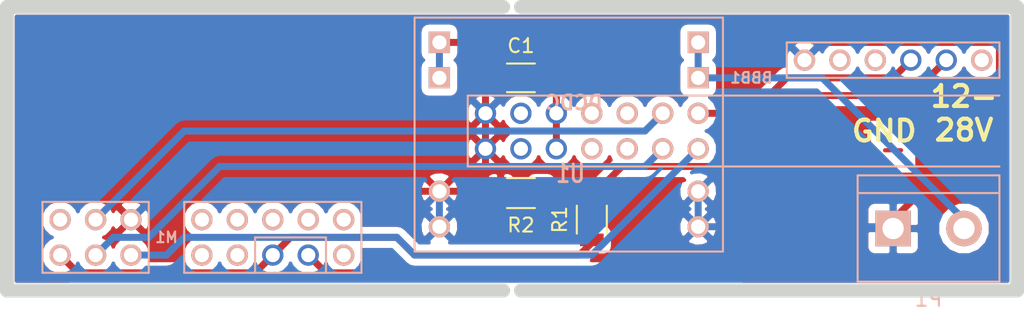
<source format=kicad_pcb>
(kicad_pcb (version 4) (host pcbnew no-vcs-found-product)

  (general
    (links 25)
    (no_connects 0)
    (area 35.059999 37.599999 108.450001 60.084)
    (thickness 1.6)
    (drawings 10)
    (tracks 69)
    (zones 0)
    (modules 7)
    (nets 10)
  )

  (page A3)
  (layers
    (0 F.Cu signal)
    (31 B.Cu signal)
    (36 B.SilkS user)
    (37 F.SilkS user)
    (38 B.Mask user)
    (39 F.Mask user)
    (44 Edge.Cuts user)
  )

  (setup
    (last_trace_width 0.5)
    (trace_clearance 0.254)
    (zone_clearance 0.508)
    (zone_45_only yes)
    (trace_min 0.254)
    (segment_width 0.2)
    (edge_width 1)
    (via_size 0.889)
    (via_drill 0.635)
    (via_min_size 0.889)
    (via_min_drill 0.508)
    (uvia_size 0.508)
    (uvia_drill 0.127)
    (uvias_allowed no)
    (uvia_min_size 0.508)
    (uvia_min_drill 0.127)
    (pcb_text_width 0.3)
    (pcb_text_size 1.5 1.5)
    (mod_edge_width 0.15)
    (mod_text_size 1 1)
    (mod_text_width 0.15)
    (pad_size 1.524 1.524)
    (pad_drill 1.016)
    (pad_to_mask_clearance 0)
    (aux_axis_origin 69.85 48.26)
    (visible_elements 7FFFFFFF)
    (pcbplotparams
      (layerselection 0x010f0_80000001)
      (usegerberextensions true)
      (excludeedgelayer true)
      (linewidth 0.150000)
      (plotframeref false)
      (viasonmask false)
      (mode 1)
      (useauxorigin true)
      (hpglpennumber 1)
      (hpglpenspeed 20)
      (hpglpendiameter 15)
      (hpglpenoverlay 2)
      (psnegative false)
      (psa4output false)
      (plotreference true)
      (plotvalue true)
      (plotinvisibletext false)
      (padsonsilk false)
      (subtractmaskfromsilk false)
      (outputformat 1)
      (mirror false)
      (drillshape 0)
      (scaleselection 1)
      (outputdirectory ""))
  )

  (net 0 "")
  (net 1 /GND)
  (net 2 /MISO)
  (net 3 /MISO3)
  (net 4 /MOSI)
  (net 5 /Reset)
  (net 6 /SCK)
  (net 7 /VDD)
  (net 8 /VIN)
  (net 9 "Net-(BBB1-PadTxD)")

  (net_class Default "This is the default net class."
    (clearance 0.254)
    (trace_width 0.5)
    (via_dia 0.889)
    (via_drill 0.635)
    (uvia_dia 0.508)
    (uvia_drill 0.127)
    (add_net /GND)
    (add_net /MISO)
    (add_net /MISO3)
    (add_net /MOSI)
    (add_net /Reset)
    (add_net /SCK)
    (add_net /VDD)
    (add_net /VIN)
    (add_net "Net-(BBB1-PadTxD)")
  )

  (module custom2:BBB (layer B.Cu) (tedit 553F0B61) (tstamp 5630ED6E)
    (at 97.79 45.72 180)
    (descr "Connecteurs 2 pins")
    (tags "CONN DEV")
    (path /55371BD6)
    (fp_text reference BBB1 (at 8.89 2.54 180) (layer B.SilkS)
      (effects (font (size 0.762 0.762) (thickness 0.1524)) (justify mirror))
    )
    (fp_text value BBB (at 20.32 1.905 180) (layer B.SilkS) hide
      (effects (font (size 0.762 0.762) (thickness 0.1524)) (justify mirror))
    )
    (fp_line (start 29.21 -3.81) (end -8.89 -3.81) (layer B.SilkS) (width 0.15))
    (fp_line (start 29.21 1.27) (end -8.89 1.27) (layer B.SilkS) (width 0.15))
    (fp_line (start -8.89 2.54) (end -8.89 5.08) (layer B.SilkS) (width 0.15))
    (fp_line (start -8.89 5.08) (end 6.35 5.08) (layer B.SilkS) (width 0.15))
    (fp_line (start 6.35 5.08) (end 6.35 2.54) (layer B.SilkS) (width 0.15))
    (fp_line (start 6.35 2.54) (end -8.89 2.54) (layer B.SilkS) (width 0.15))
    (fp_line (start 29.21 1.27) (end 29.21 -3.81) (layer B.SilkS) (width 0.15))
    (pad TxD thru_hole circle (at -5.08 3.81) (size 1.524 1.524) (drill 1.016) (layers *.Cu *.Mask)
      (net 9 "Net-(BBB1-PadTxD)"))
    (pad RxD thru_hole circle (at -2.54 3.81) (size 1.524 1.524) (drill 1.016) (layers *.Cu *.Mask)
      (net 3 /MISO3))
    (pad VDD thru_hole circle (at 22.86 0) (size 1.524 1.524) (drill 1.016) (layers *.Cu *.Mask)
      (net 7 /VDD))
    (pad GND thru_hole circle (at 27.94 0) (size 1.524 1.524) (drill 1.016) (layers *.Cu *.Mask)
      (net 1 /GND))
    (pad GND thru_hole circle (at 27.94 -2.54) (size 1.524 1.524) (drill 1.016) (layers *.Cu *.Mask)
      (net 1 /GND))
    (pad X thru_hole circle (at 25.4 -2.54) (size 1.524 1.524) (drill 1.016) (layers *.Cu *.Mask))
    (pad X thru_hole circle (at 25.4 0) (size 1.524 1.524) (drill 1.016) (layers *.Cu *.Mask))
    (pad VDD thru_hole circle (at 22.86 -2.54) (size 1.524 1.524) (drill 1.016) (layers *.Cu *.Mask)
      (net 7 /VDD))
    (pad 60 thru_hole circle (at 15.24 0) (size 1.524 1.524) (drill 1.016) (layers *.Cu *.Mask B.SilkS)
      (net 4 /MOSI))
    (pad 30 thru_hole circle (at 15.24 -2.54) (size 1.524 1.524) (drill 1.016) (layers *.Cu *.Mask B.SilkS)
      (net 6 /SCK))
    (pad 31 thru_hole circle (at 12.7 -2.54) (size 1.524 1.524) (drill 1.016) (layers *.Cu *.Mask B.SilkS)
      (net 5 /Reset))
    (pad 50 thru_hole circle (at 12.7 0) (size 1.524 1.524) (drill 1.016) (layers *.Cu *.Mask B.SilkS)
      (net 3 /MISO3))
    (pad VSYS thru_hole circle (at 20.32 0) (size 1.524 1.524) (drill 1.016) (layers *.Cu *.Mask B.SilkS))
    (pad RST thru_hole circle (at 17.78 0) (size 1.524 1.524) (drill 1.016) (layers *.Cu *.Mask B.SilkS))
    (pad VSYS thru_hole circle (at 20.32 -2.54) (size 1.524 1.524) (drill 1.016) (layers *.Cu *.Mask B.SilkS))
    (pad PBUT thru_hole circle (at 17.78 -2.54) (size 1.524 1.524) (drill 1.016) (layers *.Cu *.Mask B.SilkS))
    (pad GND thru_hole circle (at 5.08 3.81) (size 1.524 1.524) (drill 1.016) (layers *.Cu *.Mask B.SilkS)
      (net 1 /GND))
    (pad X thru_hole circle (at 2.54 3.81) (size 1.524 1.524) (drill 1.016) (layers *.Cu *.Mask B.SilkS))
    (pad X thru_hole circle (at 0 3.81) (size 1.524 1.524) (drill 1.016) (layers *.Cu *.Mask B.SilkS))
    (pad X thru_hole circle (at -7.62 3.81) (size 1.524 1.524) (drill 1.016) (layers *.Cu *.Mask B.SilkS))
    (model pin_array/pins_array_2x1.wrl
      (at (xyz 0 0 0))
      (scale (xyz 1 1 1))
      (rotate (xyz 0 0 0))
    )
  )

  (module Capacitors_SMD:C_1206 (layer F.Cu) (tedit 5415D7BD) (tstamp 5630ED8C)
    (at 72.39 43.18)
    (descr "Capacitor SMD 1206, reflow soldering, AVX (see smccp.pdf)")
    (tags "capacitor 1206")
    (path /554034BC)
    (attr smd)
    (fp_text reference C1 (at 0 -2.3) (layer F.SilkS)
      (effects (font (size 1 1) (thickness 0.15)))
    )
    (fp_text value C (at 0 2.3) (layer F.Fab)
      (effects (font (size 1 1) (thickness 0.15)))
    )
    (fp_line (start -2.3 -1.15) (end 2.3 -1.15) (layer F.CrtYd) (width 0.05))
    (fp_line (start -2.3 1.15) (end 2.3 1.15) (layer F.CrtYd) (width 0.05))
    (fp_line (start -2.3 -1.15) (end -2.3 1.15) (layer F.CrtYd) (width 0.05))
    (fp_line (start 2.3 -1.15) (end 2.3 1.15) (layer F.CrtYd) (width 0.05))
    (fp_line (start 1 -1.025) (end -1 -1.025) (layer F.SilkS) (width 0.15))
    (fp_line (start -1 1.025) (end 1 1.025) (layer F.SilkS) (width 0.15))
    (pad 1 smd rect (at -1.5 0) (size 1 1.6) (layers F.Cu F.Mask)
      (net 1 /GND))
    (pad 2 smd rect (at 1.5 0) (size 1 1.6) (layers F.Cu F.Mask)
      (net 7 /VDD))
    (model Capacitors_SMD.3dshapes/C_1206.wrl
      (at (xyz 0 0 0))
      (scale (xyz 1 1 1))
      (rotate (xyz 0 0 0))
    )
  )

  (module custom2:Melzi (layer B.Cu) (tedit 55407C7A) (tstamp 5630ED97)
    (at 43.18 55.88 180)
    (descr "Connecteurs 2 pins")
    (tags "CONN DEV")
    (path /55371C71)
    (fp_text reference M1 (at -3.81 1.27 180) (layer B.SilkS)
      (effects (font (size 0.762 0.762) (thickness 0.1524)) (justify mirror))
    )
    (fp_text value MELZI (at -3.81 5.08 180) (layer B.SilkS) hide
      (effects (font (size 0.762 0.762) (thickness 0.1524)) (justify mirror))
    )
    (fp_line (start -10.16 -1.27) (end -5.08 -1.27) (layer B.SilkS) (width 0.15))
    (fp_line (start -5.08 -1.27) (end -5.08 3.81) (layer B.SilkS) (width 0.15))
    (fp_line (start -5.08 3.81) (end -17.78 3.81) (layer B.SilkS) (width 0.15))
    (fp_line (start -17.78 3.81) (end -17.78 -1.27) (layer B.SilkS) (width 0.15))
    (fp_line (start -17.78 -1.27) (end -15.24 -1.27) (layer B.SilkS) (width 0.15))
    (fp_line (start 5.08 3.81) (end -2.54 3.81) (layer B.SilkS) (width 0.15))
    (fp_line (start -2.54 3.81) (end -2.54 -1.27) (layer B.SilkS) (width 0.15))
    (fp_line (start -2.54 -1.27) (end 5.08 -1.27) (layer B.SilkS) (width 0.15))
    (fp_line (start 5.08 -1.27) (end 5.08 3.81) (layer B.SilkS) (width 0.15))
    (fp_line (start -10.16 -1.27) (end -10.16 1.27) (layer B.SilkS) (width 0.1524))
    (fp_line (start -10.16 1.27) (end -15.24 1.27) (layer B.SilkS) (width 0.1524))
    (fp_line (start -15.24 1.27) (end -15.24 -1.27) (layer B.SilkS) (width 0.1524))
    (fp_line (start -15.24 -1.27) (end -10.16 -1.27) (layer B.SilkS) (width 0.1524))
    (pad TxD thru_hole circle (at -11.43 0) (size 1.524 1.524) (drill 1.016) (layers *.Cu *.Mask)
      (net 2 /MISO))
    (pad RxD thru_hole circle (at -13.97 0) (size 1.524 1.524) (drill 1.016) (layers *.Cu *.Mask)
      (net 9 "Net-(BBB1-PadTxD)"))
    (pad D16 thru_hole circle (at -8.89 0) (size 1.524 1.524) (drill 1.016) (layers *.Cu *.Mask B.SilkS))
    (pad A2 thru_hole circle (at -8.89 2.54) (size 1.524 1.524) (drill 1.016) (layers *.Cu *.Mask B.SilkS))
    (pad A3 thru_hole circle (at -11.43 2.54) (size 1.524 1.524) (drill 1.016) (layers *.Cu *.Mask B.SilkS))
    (pad A4 thru_hole circle (at -13.97 2.54) (size 1.524 1.524) (drill 1.016) (layers *.Cu *.Mask B.SilkS))
    (pad GND2 thru_hole circle (at -16.51 2.54) (size 1.524 1.524) (drill 1.016) (layers *.Cu *.Mask B.SilkS))
    (pad 5V thru_hole circle (at -16.51 0) (size 1.524 1.524) (drill 1.016) (layers *.Cu *.Mask B.SilkS))
    (pad D17 thru_hole circle (at -6.35 0) (size 1.524 1.524) (drill 1.016) (layers *.Cu *.Mask B.SilkS))
    (pad A1 thru_hole circle (at -6.35 2.54) (size 1.524 1.524) (drill 1.016) (layers *.Cu *.Mask B.SilkS))
    (pad ~RST thru_hole circle (at -1.27 0) (size 1.524 1.524) (drill 1.016) (layers *.Cu *.Mask B.SilkS)
      (net 5 /Reset))
    (pad GND thru_hole circle (at -1.27 2.54) (size 1.524 1.524) (drill 1.016) (layers *.Cu *.Mask B.SilkS)
      (net 1 /GND))
    (pad MOSI thru_hole circle (at 1.27 2.54) (size 1.524 1.524) (drill 1.016) (layers *.Cu *.Mask B.SilkS)
      (net 4 /MOSI))
    (pad SCK thru_hole circle (at 1.27 0) (size 1.524 1.524) (drill 1.016) (layers *.Cu *.Mask B.SilkS)
      (net 6 /SCK))
    (pad MISO thru_hole circle (at 3.81 0) (size 1.524 1.524) (drill 1.016) (layers *.Cu *.Mask B.SilkS)
      (net 2 /MISO))
    (pad 5V thru_hole circle (at 3.81 2.54) (size 1.524 1.524) (drill 1.016) (layers *.Cu *.Mask B.SilkS))
    (model pin_array/pins_array_2x1.wrl
      (at (xyz 0 0 0))
      (scale (xyz 1 1 1))
      (rotate (xyz 0 0 0))
    )
  )

  (module Connect:bornier2 (layer B.Cu) (tedit 0) (tstamp 5630EDB7)
    (at 101.6 53.975)
    (descr "Bornier d'alimentation 2 pins")
    (tags DEV)
    (path /55371E14)
    (fp_text reference P1 (at 0 5.08) (layer B.SilkS)
      (effects (font (size 1 1) (thickness 0.15)) (justify mirror))
    )
    (fp_text value CONN_2 (at 0 -5.08) (layer B.Fab)
      (effects (font (size 1 1) (thickness 0.15)) (justify mirror))
    )
    (fp_line (start 5.08 -2.54) (end -5.08 -2.54) (layer B.SilkS) (width 0.15))
    (fp_line (start 5.08 -3.81) (end 5.08 3.81) (layer B.SilkS) (width 0.15))
    (fp_line (start 5.08 3.81) (end -5.08 3.81) (layer B.SilkS) (width 0.15))
    (fp_line (start -5.08 3.81) (end -5.08 -3.81) (layer B.SilkS) (width 0.15))
    (fp_line (start -5.08 -3.81) (end 5.08 -3.81) (layer B.SilkS) (width 0.15))
    (pad 1 thru_hole rect (at -2.54 0) (size 2.54 2.54) (drill 1.524) (layers *.Cu *.Mask B.SilkS)
      (net 1 /GND))
    (pad 2 thru_hole circle (at 2.54 0) (size 2.54 2.54) (drill 1.524) (layers *.Cu *.Mask B.SilkS)
      (net 8 /VIN))
    (model Connect.3dshapes/bornier2.wrl
      (at (xyz 0 0 0))
      (scale (xyz 1 1 1))
      (rotate (xyz 0 0 0))
    )
  )

  (module Resistors_SMD:R_1206 (layer F.Cu) (tedit 5415CFA7) (tstamp 5630EDC1)
    (at 77.47 53.34 90)
    (descr "Resistor SMD 1206, reflow soldering, Vishay (see dcrcw.pdf)")
    (tags "resistor 1206")
    (path /55371C8C)
    (attr smd)
    (fp_text reference R1 (at 0 -2.3 90) (layer F.SilkS)
      (effects (font (size 1 1) (thickness 0.15)))
    )
    (fp_text value R (at 0 2.3 90) (layer F.Fab)
      (effects (font (size 1 1) (thickness 0.15)))
    )
    (fp_line (start -2.2 -1.2) (end 2.2 -1.2) (layer F.CrtYd) (width 0.05))
    (fp_line (start -2.2 1.2) (end 2.2 1.2) (layer F.CrtYd) (width 0.05))
    (fp_line (start -2.2 -1.2) (end -2.2 1.2) (layer F.CrtYd) (width 0.05))
    (fp_line (start 2.2 -1.2) (end 2.2 1.2) (layer F.CrtYd) (width 0.05))
    (fp_line (start 1 1.075) (end -1 1.075) (layer F.SilkS) (width 0.15))
    (fp_line (start -1 -1.075) (end 1 -1.075) (layer F.SilkS) (width 0.15))
    (pad 1 smd rect (at -1.45 0 90) (size 0.9 1.7) (layers F.Cu F.Mask)
      (net 2 /MISO))
    (pad 2 smd rect (at 1.45 0 90) (size 0.9 1.7) (layers F.Cu F.Mask)
      (net 3 /MISO3))
    (model Resistors_SMD.3dshapes/R_1206.wrl
      (at (xyz 0 0 0))
      (scale (xyz 1 1 1))
      (rotate (xyz 0 0 0))
    )
  )

  (module Resistors_SMD:R_1206 (layer F.Cu) (tedit 5415CFA7) (tstamp 5630EDCC)
    (at 72.39 51.435 180)
    (descr "Resistor SMD 1206, reflow soldering, Vishay (see dcrcw.pdf)")
    (tags "resistor 1206")
    (path /55371C99)
    (attr smd)
    (fp_text reference R2 (at 0 -2.3 180) (layer F.SilkS)
      (effects (font (size 1 1) (thickness 0.15)))
    )
    (fp_text value R (at 0 2.3 180) (layer F.Fab)
      (effects (font (size 1 1) (thickness 0.15)))
    )
    (fp_line (start -2.2 -1.2) (end 2.2 -1.2) (layer F.CrtYd) (width 0.05))
    (fp_line (start -2.2 1.2) (end 2.2 1.2) (layer F.CrtYd) (width 0.05))
    (fp_line (start -2.2 -1.2) (end -2.2 1.2) (layer F.CrtYd) (width 0.05))
    (fp_line (start 2.2 -1.2) (end 2.2 1.2) (layer F.CrtYd) (width 0.05))
    (fp_line (start 1 1.075) (end -1 1.075) (layer F.SilkS) (width 0.15))
    (fp_line (start -1 -1.075) (end 1 -1.075) (layer F.SilkS) (width 0.15))
    (pad 1 smd rect (at -1.45 0 180) (size 0.9 1.7) (layers F.Cu F.Mask)
      (net 3 /MISO3))
    (pad 2 smd rect (at 1.45 0 180) (size 0.9 1.7) (layers F.Cu F.Mask)
      (net 1 /GND))
    (model Resistors_SMD.3dshapes/R_1206.wrl
      (at (xyz 0 0 0))
      (scale (xyz 1 1 1))
      (rotate (xyz 0 0 0))
    )
  )

  (module custom2:DCDC (layer B.Cu) (tedit 554A4C65) (tstamp 5630EDD7)
    (at 66.04 40.64)
    (descr "MOS boitier DPACK G-D-S")
    (tags "CMD DPACK")
    (path /5549B2A8)
    (attr smd)
    (fp_text reference U1 (at 9.906 9.398) (layer B.SilkS)
      (effects (font (size 1.27 1.016) (thickness 0.2032)) (justify mirror))
    )
    (fp_text value DCDC (at 10.16 4.318) (layer B.SilkS)
      (effects (font (size 1.016 1.016) (thickness 0.2032)) (justify mirror))
    )
    (fp_line (start 20.828 -1.778) (end -1.27 -1.778) (layer B.SilkS) (width 0.15))
    (fp_line (start -1.27 -1.778) (end -1.27 14.986) (layer B.SilkS) (width 0.15))
    (fp_line (start -1.27 14.986) (end 20.828 14.986) (layer B.SilkS) (width 0.15))
    (fp_line (start 20.828 14.986) (end 20.828 -1.778) (layer B.SilkS) (width 0.15))
    (pad Vout thru_hole rect (at 0.508 0 270) (size 1.524 1.524) (drill 1.016) (layers *.Cu *.Mask B.SilkS)
      (net 7 /VDD))
    (pad Vout thru_hole rect (at 0.508 2.54 270) (size 1.524 1.524) (drill 1.016) (layers *.Cu *.Mask B.SilkS)
      (net 7 /VDD))
    (pad Vin thru_hole rect (at 19.05 0 270) (size 1.524 1.524) (drill 1.016) (layers *.Cu *.Mask B.SilkS)
      (net 8 /VIN))
    (pad Vin thru_hole rect (at 19.05 2.54 270) (size 1.524 1.524) (drill 1.016) (layers *.Cu *.Mask B.SilkS)
      (net 8 /VIN))
    (pad GND2 thru_hole circle (at 0.508 13.208 270) (size 1.524 1.524) (drill 1.016) (layers *.Cu *.Mask B.SilkS)
      (net 1 /GND))
    (pad GND2 thru_hole circle (at 0.508 10.668 270) (size 1.524 1.524) (drill 1.016) (layers *.Cu *.Mask B.SilkS)
      (net 1 /GND))
    (pad GND thru_hole circle (at 19.05 13.208 270) (size 1.524 1.524) (drill 1.016) (layers *.Cu *.Mask B.SilkS)
      (net 1 /GND))
    (pad GND thru_hole circle (at 19.05 10.668 270) (size 1.524 1.524) (drill 1.016) (layers *.Cu *.Mask B.SilkS)
      (net 1 /GND))
    (model smd/dpack_2.wrl
      (at (xyz 0 0 0))
      (scale (xyz 1 1 1))
      (rotate (xyz 0 0 0))
    )
  )

  (gr_line (start 35.56 38.1) (end 71.12 38.1) (angle 90) (layer Edge.Cuts) (width 1))
  (gr_line (start 35.56 58.42) (end 35.56 38.1) (angle 90) (layer Edge.Cuts) (width 1))
  (gr_line (start 71.12 58.42) (end 35.56 58.42) (angle 90) (layer Edge.Cuts) (width 1))
  (gr_line (start 107.95 58.42) (end 72.39 58.42) (angle 90) (layer Edge.Cuts) (width 1))
  (gr_line (start 107.95 38.1) (end 107.95 58.42) (angle 90) (layer Edge.Cuts) (width 1))
  (gr_line (start 72.39 38.1) (end 107.95 38.1) (angle 90) (layer Edge.Cuts) (width 1))
  (gr_text + (at 104.14 48.26) (layer F.Cu)
    (effects (font (size 1.5 1.5) (thickness 0.3)))
  )
  (gr_text - (at 99.06 48.26) (layer F.Cu)
    (effects (font (size 1.5 1.5) (thickness 0.3)))
  )
  (gr_text "12-\n28V" (at 104.14 45.72) (layer F.SilkS)
    (effects (font (size 1.5 1.5) (thickness 0.3)))
  )
  (gr_text GND (at 98.425 46.99) (layer F.SilkS)
    (effects (font (size 1.5 1.5) (thickness 0.3)))
  )

  (segment (start 44.45 53.34) (end 46.482 51.308) (width 0.5) (layer F.Cu) (net 1))
  (segment (start 46.482 51.308) (end 66.548 51.308) (width 0.5) (layer F.Cu) (net 1) (tstamp 554A4FF3))
  (segment (start 85.09 53.848) (end 98.552 53.848) (width 0.5) (layer B.Cu) (net 1))
  (segment (start 98.552 53.848) (end 99.06 53.34) (width 0.5) (layer B.Cu) (net 1) (tstamp 554A4F78))
  (segment (start 66.548 51.308) (end 70.612 51.308) (width 0.5) (layer F.Cu) (net 1))
  (segment (start 70.612 51.308) (end 70.739 51.435) (width 0.5) (layer F.Cu) (net 1) (tstamp 554A4F6E))
  (segment (start 85.09 51.308) (end 85.09 53.848) (width 0.5) (layer B.Cu) (net 1))
  (segment (start 66.548 51.308) (end 66.548 53.848) (width 0.5) (layer B.Cu) (net 1))
  (segment (start 99.06 53.34) (end 101.6 50.8) (width 0.5) (layer F.Cu) (net 1))
  (segment (start 101.6 50.8) (end 106.68 50.8) (width 0.5) (layer F.Cu) (net 1) (tstamp 554A4EF0))
  (segment (start 106.68 50.8) (end 106.68 40.64) (width 0.5) (layer F.Cu) (net 1) (tstamp 554A4EF6))
  (segment (start 106.68 40.64) (end 93.98 40.64) (width 0.5) (layer F.Cu) (net 1) (tstamp 554A4EF7))
  (segment (start 93.98 40.64) (end 92.71 41.91) (width 0.5) (layer F.Cu) (net 1) (tstamp 554A4EFA))
  (segment (start 69.85 50.546) (end 70.739 51.435) (width 0.5) (layer F.Cu) (net 1) (tstamp 5549B45D))
  (segment (start 69.85 48.26) (end 69.85 50.546) (width 0.5) (layer F.Cu) (net 1))
  (segment (start 69.85 48.26) (end 69.85 45.72) (width 0.5) (layer F.Cu) (net 1))
  (segment (start 69.85 44.069) (end 70.739 43.18) (width 0.5) (layer F.Cu) (net 1) (tstamp 5549B83B))
  (segment (start 69.85 45.72) (end 69.85 44.069) (width 0.5) (layer F.Cu) (net 1))
  (segment (start 71.12 42.799) (end 70.739 43.18) (width 0.5) (layer F.Cu) (net 1) (tstamp 5549B984))
  (segment (start 76.581 55.88) (end 77.47 54.991) (width 0.5) (layer F.Cu) (net 2) (tstamp 554A4FA8))
  (segment (start 64.77 55.88) (end 76.581 55.88) (width 0.5) (layer F.Cu) (net 2) (tstamp 554A4FA5))
  (segment (start 63.5 54.61) (end 64.77 55.88) (width 0.5) (layer F.Cu) (net 2) (tstamp 554A4FA4))
  (segment (start 55.88 54.61) (end 63.5 54.61) (width 0.5) (layer F.Cu) (net 2) (tstamp 554A4FA1))
  (segment (start 54.61 55.88) (end 55.88 54.61) (width 0.5) (layer F.Cu) (net 2))
  (segment (start 53.34 57.15) (end 40.64 57.15) (width 0.5) (layer F.Cu) (net 2) (tstamp 5549B759))
  (segment (start 40.64 57.15) (end 39.37 55.88) (width 0.5) (layer F.Cu) (net 2) (tstamp 5549B75C))
  (segment (start 54.61 55.88) (end 53.34 57.15) (width 0.5) (layer F.Cu) (net 2))
  (segment (start 77.47 51.689) (end 79.629 49.53) (width 0.5) (layer F.Cu) (net 3))
  (segment (start 87.63 48.26) (end 87.63 45.72) (width 0.5) (layer F.Cu) (net 3) (tstamp 554A4FC7))
  (segment (start 86.36 49.53) (end 87.63 48.26) (width 0.5) (layer F.Cu) (net 3) (tstamp 554A4FC6))
  (segment (start 79.629 49.53) (end 86.36 49.53) (width 0.5) (layer F.Cu) (net 3) (tstamp 554A4FC2))
  (segment (start 100.33 41.91) (end 99.06 43.18) (width 0.5) (layer F.Cu) (net 3))
  (segment (start 91.44 43.18) (end 88.9 45.72) (width 0.5) (layer F.Cu) (net 3) (tstamp 554A4F05))
  (segment (start 99.06 43.18) (end 91.44 43.18) (width 0.5) (layer F.Cu) (net 3) (tstamp 554A4F03))
  (segment (start 88.9 45.72) (end 87.63 45.72) (width 0.5) (layer F.Cu) (net 3) (tstamp 554A4F0B))
  (segment (start 87.63 45.72) (end 85.09 45.72) (width 0.5) (layer F.Cu) (net 3) (tstamp 554A4FCB))
  (segment (start 74.295 51.689) (end 77.47 51.689) (width 0.5) (layer F.Cu) (net 3) (tstamp 5549B461))
  (segment (start 74.041 51.435) (end 74.295 51.689) (width 0.5) (layer F.Cu) (net 3))
  (segment (start 81.28 46.99) (end 48.26 46.99) (width 0.5) (layer B.Cu) (net 4) (tstamp 5549B7A8))
  (segment (start 48.26 46.99) (end 41.91 53.34) (width 0.5) (layer B.Cu) (net 4) (tstamp 5549B7AB))
  (segment (start 82.55 45.72) (end 81.28 46.99) (width 0.5) (layer B.Cu) (net 4))
  (segment (start 44.45 55.88) (end 46.99 55.88) (width 0.5) (layer B.Cu) (net 5))
  (segment (start 46.99 55.88) (end 48.26 54.61) (width 0.5) (layer B.Cu) (net 5) (tstamp 554A4F83))
  (segment (start 48.26 54.61) (end 63.5 54.61) (width 0.5) (layer B.Cu) (net 5) (tstamp 554A4F87))
  (segment (start 77.47 55.88) (end 85.09 48.26) (width 0.5) (layer B.Cu) (net 5) (tstamp 554A4F8F))
  (segment (start 64.77 55.88) (end 77.47 55.88) (width 0.5) (layer B.Cu) (net 5) (tstamp 554A4F8C))
  (segment (start 63.5 54.61) (end 64.77 55.88) (width 0.5) (layer B.Cu) (net 5) (tstamp 554A4F8A))
  (segment (start 81.28 49.53) (end 82.55 48.26) (width 0.5) (layer B.Cu) (net 6) (tstamp 5549B7C2))
  (segment (start 50.8 49.53) (end 81.28 49.53) (width 0.5) (layer B.Cu) (net 6) (tstamp 5549B7BE))
  (segment (start 43.18 54.61) (end 45.72 54.61) (width 0.5) (layer B.Cu) (net 6) (tstamp 5549B7B7))
  (segment (start 45.72 54.61) (end 50.8 49.53) (width 0.5) (layer B.Cu) (net 6) (tstamp 5549B7B9))
  (segment (start 41.91 55.88) (end 43.18 54.61) (width 0.5) (layer B.Cu) (net 6))
  (segment (start 74.041 41.021) (end 74.041 43.18) (width 0.5) (layer F.Cu) (net 7) (tstamp 554A4FE3))
  (segment (start 74.93 44.069) (end 74.93 45.72) (width 0.5) (layer F.Cu) (net 7) (tstamp 5549B83E))
  (segment (start 74.041 43.18) (end 74.93 44.069) (width 0.5) (layer F.Cu) (net 7))
  (segment (start 74.93 45.72) (end 74.93 48.26) (width 0.5) (layer F.Cu) (net 7))
  (segment (start 73.66 40.64) (end 74.041 41.021) (width 0.5) (layer F.Cu) (net 7) (tstamp 554A4FDE))
  (segment (start 66.548 40.64) (end 73.66 40.64) (width 0.5) (layer F.Cu) (net 7))
  (segment (start 66.548 40.64) (end 66.548 43.18) (width 0.5) (layer B.Cu) (net 7))
  (segment (start 85.09 43.18) (end 85.09 40.64) (width 0.5) (layer B.Cu) (net 8))
  (segment (start 85.09 43.18) (end 93.98 43.18) (width 0.5) (layer B.Cu) (net 8))
  (segment (start 93.98 43.18) (end 104.14 53.34) (width 0.5) (layer B.Cu) (net 8) (tstamp 554A4F53))
  (segment (start 57.15 55.88) (end 58.42 57.15) (width 0.5) (layer F.Cu) (net 9))
  (segment (start 58.42 57.15) (end 87.63 57.15) (width 0.5) (layer F.Cu) (net 9) (tstamp 554A4EBF))
  (segment (start 87.63 57.15) (end 90.17 54.61) (width 0.5) (layer F.Cu) (net 9) (tstamp 554A4EC3))
  (segment (start 100.33 44.45) (end 92.71 44.45) (width 0.5) (layer F.Cu) (net 9))
  (segment (start 90.17 46.99) (end 90.17 54.61) (width 0.5) (layer F.Cu) (net 9) (tstamp 554A4F15))
  (segment (start 92.71 44.45) (end 90.17 46.99) (width 0.5) (layer F.Cu) (net 9) (tstamp 554A4F11))
  (segment (start 100.33 44.45) (end 102.87 41.91) (width 0.5) (layer F.Cu) (net 9) (tstamp 554A4F0F))

  (zone (net 1) (net_name /GND) (layer F.Cu) (tstamp 554A53AB) (hatch edge 0.508)
    (connect_pads (clearance 0.508))
    (min_thickness 0.254)
    (fill yes (arc_segments 16) (thermal_gap 0.508) (thermal_bridge_width 0.508))
    (polygon
      (pts
        (xy 35.56 38.1) (xy 107.95 38.1) (xy 107.95 58.42) (xy 35.56 58.42)
      )
    )
    (filled_polygon
      (pts
        (xy 107.265 57.735) (xy 88.29658 57.735) (xy 90.795787 55.235792) (xy 90.79579 55.23579) (xy 90.987633 54.948675)
        (xy 91.055 54.61) (xy 91.055 54.26075) (xy 97.155 54.26075) (xy 97.155 55.37131) (xy 97.251673 55.604699)
        (xy 97.430302 55.783327) (xy 97.663691 55.88) (xy 98.77425 55.88) (xy 98.933 55.72125) (xy 98.933 54.102)
        (xy 99.187 54.102) (xy 99.187 55.72125) (xy 99.34575 55.88) (xy 100.456309 55.88) (xy 100.689698 55.783327)
        (xy 100.868327 55.604699) (xy 100.965 55.37131) (xy 100.965 54.352265) (xy 102.23467 54.352265) (xy 102.524078 55.052686)
        (xy 103.059495 55.589039) (xy 103.75941 55.879668) (xy 104.517265 55.88033) (xy 105.217686 55.590922) (xy 105.754039 55.055505)
        (xy 106.044668 54.35559) (xy 106.04533 53.597735) (xy 105.755922 52.897314) (xy 105.220505 52.360961) (xy 104.52059 52.070332)
        (xy 103.762735 52.06967) (xy 103.062314 52.359078) (xy 102.525961 52.894495) (xy 102.235332 53.59441) (xy 102.23467 54.352265)
        (xy 100.965 54.352265) (xy 100.965 54.26075) (xy 100.80625 54.102) (xy 99.187 54.102) (xy 98.933 54.102)
        (xy 97.31375 54.102) (xy 97.155 54.26075) (xy 91.055 54.26075) (xy 91.055 52.57869) (xy 97.155 52.57869)
        (xy 97.155 53.68925) (xy 97.31375 53.848) (xy 98.933 53.848) (xy 98.933 52.22875) (xy 99.187 52.22875)
        (xy 99.187 53.848) (xy 100.80625 53.848) (xy 100.965 53.68925) (xy 100.965 52.57869) (xy 100.868327 52.345301)
        (xy 100.689698 52.166673) (xy 100.456309 52.07) (xy 99.34575 52.07) (xy 99.187 52.22875) (xy 98.933 52.22875)
        (xy 98.77425 52.07) (xy 97.663691 52.07) (xy 97.430302 52.166673) (xy 97.251673 52.345301) (xy 97.155 52.57869)
        (xy 91.055 52.57869) (xy 91.055 47.35658) (xy 92.286579 46.125) (xy 97.346429 46.125) (xy 97.346429 50.095)
        (xy 100.773572 50.095) (xy 100.773572 46.125) (xy 102.426429 46.125) (xy 102.426429 50.095) (xy 105.853572 50.095)
        (xy 105.853572 46.125) (xy 102.426429 46.125) (xy 100.773572 46.125) (xy 97.346429 46.125) (xy 92.286579 46.125)
        (xy 93.076579 45.335) (xy 100.329995 45.335) (xy 100.33 45.335001) (xy 100.612484 45.27881) (xy 100.668675 45.267633)
        (xy 100.95579 45.07579) (xy 102.724706 43.306874) (xy 103.146661 43.307242) (xy 103.660303 43.09501) (xy 104.053629 42.70237)
        (xy 104.139949 42.494488) (xy 104.22499 42.700303) (xy 104.61763 43.093629) (xy 105.1309 43.306757) (xy 105.686661 43.307242)
        (xy 106.200303 43.09501) (xy 106.593629 42.70237) (xy 106.806757 42.1891) (xy 106.807242 41.633339) (xy 106.59501 41.119697)
        (xy 106.20237 40.726371) (xy 105.6891 40.513243) (xy 105.133339 40.512758) (xy 104.619697 40.72499) (xy 104.226371 41.11763)
        (xy 104.140051 41.325512) (xy 104.05501 41.119697) (xy 103.66237 40.726371) (xy 103.1491 40.513243) (xy 102.593339 40.512758)
        (xy 102.079697 40.72499) (xy 101.686371 41.11763) (xy 101.600051 41.325512) (xy 101.51501 41.119697) (xy 101.12237 40.726371)
        (xy 100.6091 40.513243) (xy 100.053339 40.512758) (xy 99.539697 40.72499) (xy 99.146371 41.11763) (xy 99.060051 41.325512)
        (xy 98.97501 41.119697) (xy 98.58237 40.726371) (xy 98.0691 40.513243) (xy 97.513339 40.512758) (xy 96.999697 40.72499)
        (xy 96.606371 41.11763) (xy 96.520051 41.325512) (xy 96.43501 41.119697) (xy 96.04237 40.726371) (xy 95.5291 40.513243)
        (xy 94.973339 40.512758) (xy 94.459697 40.72499) (xy 94.066371 41.11763) (xy 93.986605 41.309727) (xy 93.932397 41.178857)
        (xy 93.690213 41.109392) (xy 92.889605 41.91) (xy 92.903748 41.924143) (xy 92.724143 42.103748) (xy 92.71 42.089605)
        (xy 92.695858 42.103748) (xy 92.516253 41.924143) (xy 92.530395 41.91) (xy 91.729787 41.109392) (xy 91.487603 41.178857)
        (xy 91.300856 41.702302) (xy 91.328638 42.257368) (xy 91.351516 42.312601) (xy 91.101325 42.362367) (xy 90.81421 42.55421)
        (xy 90.814208 42.554213) (xy 88.53342 44.835) (xy 86.180478 44.835) (xy 85.922167 44.576237) (xy 86.087317 44.545162)
        (xy 86.303441 44.40609) (xy 86.448431 44.19389) (xy 86.49944 43.942) (xy 86.49944 42.418) (xy 86.455162 42.182683)
        (xy 86.31609 41.966559) (xy 86.23423 41.910626) (xy 86.303441 41.86609) (xy 86.448431 41.65389) (xy 86.49944 41.402)
        (xy 86.49944 40.929787) (xy 91.909392 40.929787) (xy 92.71 41.730395) (xy 93.510608 40.929787) (xy 93.441143 40.687603)
        (xy 92.917698 40.500856) (xy 92.362632 40.528638) (xy 91.978857 40.687603) (xy 91.909392 40.929787) (xy 86.49944 40.929787)
        (xy 86.49944 39.878) (xy 86.455162 39.642683) (xy 86.31609 39.426559) (xy 86.10389 39.281569) (xy 85.852 39.23056)
        (xy 84.328 39.23056) (xy 84.092683 39.274838) (xy 83.876559 39.41391) (xy 83.731569 39.62611) (xy 83.68056 39.878)
        (xy 83.68056 41.402) (xy 83.724838 41.637317) (xy 83.86391 41.853441) (xy 83.94577 41.909374) (xy 83.876559 41.95391)
        (xy 83.731569 42.16611) (xy 83.68056 42.418) (xy 83.68056 43.942) (xy 83.724838 44.177317) (xy 83.86391 44.393441)
        (xy 84.07611 44.538431) (xy 84.259124 44.575492) (xy 83.906371 44.92763) (xy 83.820051 45.135512) (xy 83.73501 44.929697)
        (xy 83.34237 44.536371) (xy 82.8291 44.323243) (xy 82.273339 44.322758) (xy 81.759697 44.53499) (xy 81.366371 44.92763)
        (xy 81.280051 45.135512) (xy 81.19501 44.929697) (xy 80.80237 44.536371) (xy 80.2891 44.323243) (xy 79.733339 44.322758)
        (xy 79.219697 44.53499) (xy 78.826371 44.92763) (xy 78.740051 45.135512) (xy 78.65501 44.929697) (xy 78.26237 44.536371)
        (xy 77.7491 44.323243) (xy 77.193339 44.322758) (xy 76.679697 44.53499) (xy 76.286371 44.92763) (xy 76.200051 45.135512)
        (xy 76.11501 44.929697) (xy 75.815 44.629163) (xy 75.815 44.069005) (xy 75.815001 44.069) (xy 75.747633 43.730326)
        (xy 75.747633 43.730325) (xy 75.55579 43.44321) (xy 75.555787 43.443208) (xy 75.03744 42.92486) (xy 75.03744 42.38)
        (xy 74.993162 42.144683) (xy 74.926 42.04031) (xy 74.926 41.021) (xy 74.858633 40.682325) (xy 74.66679 40.39521)
        (xy 74.666787 40.395208) (xy 74.28579 40.01421) (xy 73.998675 39.822367) (xy 73.942484 39.81119) (xy 73.66 39.754999)
        (xy 73.659995 39.755) (xy 67.934296 39.755) (xy 67.913162 39.642683) (xy 67.77409 39.426559) (xy 67.56189 39.281569)
        (xy 67.31 39.23056) (xy 65.786 39.23056) (xy 65.550683 39.274838) (xy 65.334559 39.41391) (xy 65.189569 39.62611)
        (xy 65.13856 39.878) (xy 65.13856 41.402) (xy 65.182838 41.637317) (xy 65.32191 41.853441) (xy 65.40377 41.909374)
        (xy 65.334559 41.95391) (xy 65.189569 42.16611) (xy 65.13856 42.418) (xy 65.13856 43.942) (xy 65.182838 44.177317)
        (xy 65.32191 44.393441) (xy 65.53411 44.538431) (xy 65.786 44.58944) (xy 67.31 44.58944) (xy 67.545317 44.545162)
        (xy 67.761441 44.40609) (xy 67.906431 44.19389) (xy 67.95744 43.942) (xy 67.95744 42.418) (xy 67.926523 42.25369)
        (xy 69.755 42.25369) (xy 69.755 42.89425) (xy 69.91375 43.053) (xy 70.763 43.053) (xy 70.763 41.90375)
        (xy 71.017 41.90375) (xy 71.017 43.053) (xy 71.86625 43.053) (xy 72.025 42.89425) (xy 72.025 42.25369)
        (xy 71.928327 42.020301) (xy 71.749698 41.841673) (xy 71.516309 41.745) (xy 71.17575 41.745) (xy 71.017 41.90375)
        (xy 70.763 41.90375) (xy 70.60425 41.745) (xy 70.263691 41.745) (xy 70.030302 41.841673) (xy 69.851673 42.020301)
        (xy 69.755 42.25369) (xy 67.926523 42.25369) (xy 67.913162 42.182683) (xy 67.77409 41.966559) (xy 67.69223 41.910626)
        (xy 67.761441 41.86609) (xy 67.906431 41.65389) (xy 67.932532 41.525) (xy 73.156 41.525) (xy 73.156 41.77659)
        (xy 73.154683 41.776838) (xy 72.938559 41.91591) (xy 72.793569 42.12811) (xy 72.74256 42.38) (xy 72.74256 43.98)
        (xy 72.786838 44.215317) (xy 72.924539 44.42931) (xy 72.6691 44.323243) (xy 72.113339 44.322758) (xy 71.826923 44.441102)
        (xy 71.928327 44.339699) (xy 72.025 44.10631) (xy 72.025 43.46575) (xy 71.86625 43.307) (xy 71.017 43.307)
        (xy 71.017 44.45625) (xy 71.17575 44.615) (xy 71.516309 44.615) (xy 71.521844 44.612707) (xy 71.206371 44.92763)
        (xy 71.126605 45.119727) (xy 71.072397 44.988857) (xy 70.830213 44.919392) (xy 70.029605 45.72) (xy 70.830213 46.520608)
        (xy 71.072397 46.451143) (xy 71.122509 46.310682) (xy 71.20499 46.510303) (xy 71.59763 46.903629) (xy 71.805512 46.989949)
        (xy 71.599697 47.07499) (xy 71.206371 47.46763) (xy 71.126605 47.659727) (xy 71.072397 47.528857) (xy 70.830213 47.459392)
        (xy 70.029605 48.26) (xy 70.830213 49.060608) (xy 71.072397 48.991143) (xy 71.122509 48.850682) (xy 71.20499 49.050303)
        (xy 71.59763 49.443629) (xy 72.1109 49.656757) (xy 72.666661 49.657242) (xy 73.180303 49.44501) (xy 73.573629 49.05237)
        (xy 73.659949 48.844488) (xy 73.74499 49.050303) (xy 74.13763 49.443629) (xy 74.6509 49.656757) (xy 75.206661 49.657242)
        (xy 75.720303 49.44501) (xy 76.113629 49.05237) (xy 76.199949 48.844488) (xy 76.28499 49.050303) (xy 76.67763 49.443629)
        (xy 77.1909 49.656757) (xy 77.746661 49.657242) (xy 78.260303 49.44501) (xy 78.653629 49.05237) (xy 78.739949 48.844488)
        (xy 78.82499 49.050303) (xy 78.84104 49.066381) (xy 77.11486 50.79256) (xy 76.62 50.79256) (xy 76.559202 50.804)
        (xy 74.93744 50.804) (xy 74.93744 50.585) (xy 74.893162 50.349683) (xy 74.75409 50.133559) (xy 74.54189 49.988569)
        (xy 74.29 49.93756) (xy 73.39 49.93756) (xy 73.154683 49.981838) (xy 72.938559 50.12091) (xy 72.793569 50.33311)
        (xy 72.74256 50.585) (xy 72.74256 52.285) (xy 72.786838 52.520317) (xy 72.92591 52.736441) (xy 73.13811 52.881431)
        (xy 73.39 52.93244) (xy 74.29 52.93244) (xy 74.525317 52.888162) (xy 74.741441 52.74909) (xy 74.861075 52.574)
        (xy 76.01659 52.574) (xy 76.016838 52.575317) (xy 76.15591 52.791441) (xy 76.36811 52.936431) (xy 76.62 52.98744)
        (xy 78.32 52.98744) (xy 78.555317 52.943162) (xy 78.771441 52.80409) (xy 78.916431 52.59189) (xy 78.96744 52.34)
        (xy 78.96744 52.288213) (xy 84.289392 52.288213) (xy 84.358857 52.530397) (xy 84.482344 52.574453) (xy 84.358857 52.625603)
        (xy 84.289392 52.867787) (xy 85.09 53.668395) (xy 85.890608 52.867787) (xy 85.821143 52.625603) (xy 85.697656 52.581547)
        (xy 85.821143 52.530397) (xy 85.890608 52.288213) (xy 85.09 51.487605) (xy 84.289392 52.288213) (xy 78.96744 52.288213)
        (xy 78.96744 51.44314) (xy 79.995579 50.415) (xy 84.017392 50.415) (xy 84.109785 50.507393) (xy 83.867603 50.576857)
        (xy 83.680856 51.100302) (xy 83.708638 51.655368) (xy 83.867603 52.039143) (xy 84.109787 52.108608) (xy 84.910395 51.308)
        (xy 84.896253 51.293858) (xy 85.075858 51.114253) (xy 85.09 51.128395) (xy 85.104143 51.114253) (xy 85.283748 51.293858)
        (xy 85.269605 51.308) (xy 86.070213 52.108608) (xy 86.312397 52.039143) (xy 86.499144 51.515698) (xy 86.471362 50.960632)
        (xy 86.312397 50.576857) (xy 86.070215 50.507393) (xy 86.162608 50.415) (xy 86.359995 50.415) (xy 86.36 50.415001)
        (xy 86.642484 50.35881) (xy 86.698675 50.347633) (xy 86.98579 50.15579) (xy 88.255787 48.885792) (xy 88.25579 48.88579)
        (xy 88.447633 48.598675) (xy 88.459483 48.5391) (xy 88.515001 48.26) (xy 88.515 48.259995) (xy 88.515 46.605)
        (xy 88.899995 46.605) (xy 88.9 46.605001) (xy 89.182484 46.54881) (xy 89.238675 46.537633) (xy 89.52579 46.34579)
        (xy 91.806579 44.065) (xy 91.843421 44.065) (xy 89.54421 46.36421) (xy 89.352367 46.651325) (xy 89.352367 46.651326)
        (xy 89.284999 46.99) (xy 89.285 46.990005) (xy 89.285 54.243421) (xy 87.26342 56.265) (xy 77.44758 56.265)
        (xy 77.825139 55.88744) (xy 78.32 55.88744) (xy 78.555317 55.843162) (xy 78.771441 55.70409) (xy 78.916431 55.49189)
        (xy 78.96744 55.24) (xy 78.96744 54.828213) (xy 84.289392 54.828213) (xy 84.358857 55.070397) (xy 84.882302 55.257144)
        (xy 85.437368 55.229362) (xy 85.821143 55.070397) (xy 85.890608 54.828213) (xy 85.09 54.027605) (xy 84.289392 54.828213)
        (xy 78.96744 54.828213) (xy 78.96744 54.34) (xy 78.923162 54.104683) (xy 78.78409 53.888559) (xy 78.57189 53.743569)
        (xy 78.32 53.69256) (xy 76.62 53.69256) (xy 76.384683 53.736838) (xy 76.168559 53.87591) (xy 76.023569 54.08811)
        (xy 75.97256 54.34) (xy 75.97256 54.995) (xy 67.300769 54.995) (xy 67.348608 54.828213) (xy 66.548 54.027605)
        (xy 65.747392 54.828213) (xy 65.795231 54.995) (xy 65.136579 54.995) (xy 64.12579 53.98421) (xy 63.982637 53.888559)
        (xy 63.838675 53.792367) (xy 63.782484 53.78119) (xy 63.5 53.724999) (xy 63.499995 53.725) (xy 61.042784 53.725)
        (xy 61.077953 53.640302) (xy 65.138856 53.640302) (xy 65.166638 54.195368) (xy 65.325603 54.579143) (xy 65.567787 54.648608)
        (xy 66.368395 53.848) (xy 66.727605 53.848) (xy 67.528213 54.648608) (xy 67.770397 54.579143) (xy 67.957144 54.055698)
        (xy 67.936353 53.640302) (xy 83.680856 53.640302) (xy 83.708638 54.195368) (xy 83.867603 54.579143) (xy 84.109787 54.648608)
        (xy 84.910395 53.848) (xy 85.269605 53.848) (xy 86.070213 54.648608) (xy 86.312397 54.579143) (xy 86.499144 54.055698)
        (xy 86.471362 53.500632) (xy 86.312397 53.116857) (xy 86.070213 53.047392) (xy 85.269605 53.848) (xy 84.910395 53.848)
        (xy 84.109787 53.047392) (xy 83.867603 53.116857) (xy 83.680856 53.640302) (xy 67.936353 53.640302) (xy 67.929362 53.500632)
        (xy 67.770397 53.116857) (xy 67.528213 53.047392) (xy 66.727605 53.848) (xy 66.368395 53.848) (xy 65.567787 53.047392)
        (xy 65.325603 53.116857) (xy 65.138856 53.640302) (xy 61.077953 53.640302) (xy 61.086757 53.6191) (xy 61.087242 53.063339)
        (xy 60.87501 52.549697) (xy 60.613983 52.288213) (xy 65.747392 52.288213) (xy 65.816857 52.530397) (xy 65.940344 52.574453)
        (xy 65.816857 52.625603) (xy 65.747392 52.867787) (xy 66.548 53.668395) (xy 67.348608 52.867787) (xy 67.279143 52.625603)
        (xy 67.155656 52.581547) (xy 67.279143 52.530397) (xy 67.348608 52.288213) (xy 66.548 51.487605) (xy 65.747392 52.288213)
        (xy 60.613983 52.288213) (xy 60.48237 52.156371) (xy 59.9691 51.943243) (xy 59.413339 51.942758) (xy 58.899697 52.15499)
        (xy 58.506371 52.54763) (xy 58.420051 52.755512) (xy 58.33501 52.549697) (xy 57.94237 52.156371) (xy 57.4291 51.943243)
        (xy 56.873339 51.942758) (xy 56.359697 52.15499) (xy 55.966371 52.54763) (xy 55.880051 52.755512) (xy 55.79501 52.549697)
        (xy 55.40237 52.156371) (xy 54.8891 51.943243) (xy 54.333339 51.942758) (xy 53.819697 52.15499) (xy 53.426371 52.54763)
        (xy 53.340051 52.755512) (xy 53.25501 52.549697) (xy 52.86237 52.156371) (xy 52.3491 51.943243) (xy 51.793339 51.942758)
        (xy 51.279697 52.15499) (xy 50.886371 52.54763) (xy 50.800051 52.755512) (xy 50.71501 52.549697) (xy 50.32237 52.156371)
        (xy 49.8091 51.943243) (xy 49.253339 51.942758) (xy 48.739697 52.15499) (xy 48.346371 52.54763) (xy 48.133243 53.0609)
        (xy 48.132758 53.616661) (xy 48.34499 54.130303) (xy 48.73763 54.523629) (xy 48.945512 54.609949) (xy 48.739697 54.69499)
        (xy 48.346371 55.08763) (xy 48.133243 55.6009) (xy 48.132758 56.156661) (xy 48.177523 56.265) (xy 45.802784 56.265)
        (xy 45.846757 56.1591) (xy 45.847242 55.603339) (xy 45.63501 55.089697) (xy 45.24237 54.696371) (xy 45.050273 54.616605)
        (xy 45.181143 54.562397) (xy 45.250608 54.320213) (xy 44.45 53.519605) (xy 43.649392 54.320213) (xy 43.718857 54.562397)
        (xy 43.859318 54.612509) (xy 43.659697 54.69499) (xy 43.266371 55.08763) (xy 43.180051 55.295512) (xy 43.09501 55.089697)
        (xy 42.70237 54.696371) (xy 42.494488 54.610051) (xy 42.700303 54.52501) (xy 43.093629 54.13237) (xy 43.173395 53.940273)
        (xy 43.227603 54.071143) (xy 43.469787 54.140608) (xy 44.270395 53.34) (xy 44.629605 53.34) (xy 45.430213 54.140608)
        (xy 45.672397 54.071143) (xy 45.859144 53.547698) (xy 45.831362 52.992632) (xy 45.672397 52.608857) (xy 45.430213 52.539392)
        (xy 44.629605 53.34) (xy 44.270395 53.34) (xy 43.469787 52.539392) (xy 43.227603 52.608857) (xy 43.177491 52.749318)
        (xy 43.09501 52.549697) (xy 42.905432 52.359787) (xy 43.649392 52.359787) (xy 44.45 53.160395) (xy 45.250608 52.359787)
        (xy 45.181143 52.117603) (xy 44.657698 51.930856) (xy 44.102632 51.958638) (xy 43.718857 52.117603) (xy 43.649392 52.359787)
        (xy 42.905432 52.359787) (xy 42.70237 52.156371) (xy 42.1891 51.943243) (xy 41.633339 51.942758) (xy 41.119697 52.15499)
        (xy 40.726371 52.54763) (xy 40.640051 52.755512) (xy 40.55501 52.549697) (xy 40.16237 52.156371) (xy 39.6491 51.943243)
        (xy 39.093339 51.942758) (xy 38.579697 52.15499) (xy 38.186371 52.54763) (xy 37.973243 53.0609) (xy 37.972758 53.616661)
        (xy 38.18499 54.130303) (xy 38.57763 54.523629) (xy 38.785512 54.609949) (xy 38.579697 54.69499) (xy 38.186371 55.08763)
        (xy 37.973243 55.6009) (xy 37.972758 56.156661) (xy 38.18499 56.670303) (xy 38.57763 57.063629) (xy 39.0909 57.276757)
        (xy 39.515548 57.277128) (xy 39.973421 57.735) (xy 36.245 57.735) (xy 36.245 51.100302) (xy 65.138856 51.100302)
        (xy 65.166638 51.655368) (xy 65.325603 52.039143) (xy 65.567787 52.108608) (xy 66.368395 51.308) (xy 66.727605 51.308)
        (xy 67.528213 52.108608) (xy 67.770397 52.039143) (xy 67.883988 51.72075) (xy 69.855 51.72075) (xy 69.855 52.41131)
        (xy 69.951673 52.644699) (xy 70.130302 52.823327) (xy 70.363691 52.92) (xy 70.65425 52.92) (xy 70.813 52.76125)
        (xy 70.813 51.562) (xy 71.067 51.562) (xy 71.067 52.76125) (xy 71.22575 52.92) (xy 71.516309 52.92)
        (xy 71.749698 52.823327) (xy 71.928327 52.644699) (xy 72.025 52.41131) (xy 72.025 51.72075) (xy 71.86625 51.562)
        (xy 71.067 51.562) (xy 70.813 51.562) (xy 70.01375 51.562) (xy 69.855 51.72075) (xy 67.883988 51.72075)
        (xy 67.957144 51.515698) (xy 67.929362 50.960632) (xy 67.770397 50.576857) (xy 67.528213 50.507392) (xy 66.727605 51.308)
        (xy 66.368395 51.308) (xy 65.567787 50.507392) (xy 65.325603 50.576857) (xy 65.138856 51.100302) (xy 36.245 51.100302)
        (xy 36.245 50.327787) (xy 65.747392 50.327787) (xy 66.548 51.128395) (xy 67.217705 50.45869) (xy 69.855 50.45869)
        (xy 69.855 51.14925) (xy 70.01375 51.308) (xy 70.813 51.308) (xy 70.813 50.10875) (xy 71.067 50.10875)
        (xy 71.067 51.308) (xy 71.86625 51.308) (xy 72.025 51.14925) (xy 72.025 50.45869) (xy 71.928327 50.225301)
        (xy 71.749698 50.046673) (xy 71.516309 49.95) (xy 71.22575 49.95) (xy 71.067 50.10875) (xy 70.813 50.10875)
        (xy 70.65425 49.95) (xy 70.363691 49.95) (xy 70.130302 50.046673) (xy 69.951673 50.225301) (xy 69.855 50.45869)
        (xy 67.217705 50.45869) (xy 67.348608 50.327787) (xy 67.279143 50.085603) (xy 66.755698 49.898856) (xy 66.200632 49.926638)
        (xy 65.816857 50.085603) (xy 65.747392 50.327787) (xy 36.245 50.327787) (xy 36.245 49.240213) (xy 69.049392 49.240213)
        (xy 69.118857 49.482397) (xy 69.642302 49.669144) (xy 70.197368 49.641362) (xy 70.581143 49.482397) (xy 70.650608 49.240213)
        (xy 69.85 48.439605) (xy 69.049392 49.240213) (xy 36.245 49.240213) (xy 36.245 48.052302) (xy 68.440856 48.052302)
        (xy 68.468638 48.607368) (xy 68.627603 48.991143) (xy 68.869787 49.060608) (xy 69.670395 48.26) (xy 68.869787 47.459392)
        (xy 68.627603 47.528857) (xy 68.440856 48.052302) (xy 36.245 48.052302) (xy 36.245 46.700213) (xy 69.049392 46.700213)
        (xy 69.118857 46.942397) (xy 69.242344 46.986453) (xy 69.118857 47.037603) (xy 69.049392 47.279787) (xy 69.85 48.080395)
        (xy 70.650608 47.279787) (xy 70.581143 47.037603) (xy 70.457656 46.993547) (xy 70.581143 46.942397) (xy 70.650608 46.700213)
        (xy 69.85 45.899605) (xy 69.049392 46.700213) (xy 36.245 46.700213) (xy 36.245 45.512302) (xy 68.440856 45.512302)
        (xy 68.468638 46.067368) (xy 68.627603 46.451143) (xy 68.869787 46.520608) (xy 69.670395 45.72) (xy 68.869787 44.919392)
        (xy 68.627603 44.988857) (xy 68.440856 45.512302) (xy 36.245 45.512302) (xy 36.245 44.739787) (xy 69.049392 44.739787)
        (xy 69.85 45.540395) (xy 70.650608 44.739787) (xy 70.612461 44.606789) (xy 70.763 44.45625) (xy 70.763 43.307)
        (xy 69.91375 43.307) (xy 69.755 43.46575) (xy 69.755 44.10631) (xy 69.844153 44.321544) (xy 69.502632 44.338638)
        (xy 69.118857 44.497603) (xy 69.049392 44.739787) (xy 36.245 44.739787) (xy 36.245 38.785) (xy 107.265 38.785)
      )
    )
  )
  (zone (net 1) (net_name /GND) (layer B.Cu) (tstamp 554A53C6) (hatch edge 0.508)
    (connect_pads (clearance 0.508))
    (min_thickness 0.254)
    (fill yes (arc_segments 16) (thermal_gap 0.508) (thermal_bridge_width 0.508))
    (polygon
      (pts
        (xy 35.56 38.1) (xy 107.95 38.1) (xy 107.95 58.42) (xy 35.56 58.42)
      )
    )
    (filled_polygon
      (pts
        (xy 107.265 57.735) (xy 36.245 57.735) (xy 36.245 53.616661) (xy 37.972758 53.616661) (xy 38.18499 54.130303)
        (xy 38.57763 54.523629) (xy 38.785512 54.609949) (xy 38.579697 54.69499) (xy 38.186371 55.08763) (xy 37.973243 55.6009)
        (xy 37.972758 56.156661) (xy 38.18499 56.670303) (xy 38.57763 57.063629) (xy 39.0909 57.276757) (xy 39.646661 57.277242)
        (xy 40.160303 57.06501) (xy 40.553629 56.67237) (xy 40.639949 56.464488) (xy 40.72499 56.670303) (xy 41.11763 57.063629)
        (xy 41.6309 57.276757) (xy 42.186661 57.277242) (xy 42.700303 57.06501) (xy 43.093629 56.67237) (xy 43.179949 56.464488)
        (xy 43.26499 56.670303) (xy 43.65763 57.063629) (xy 44.1709 57.276757) (xy 44.726661 57.277242) (xy 45.240303 57.06501)
        (xy 45.540837 56.765) (xy 46.989995 56.765) (xy 46.99 56.765001) (xy 47.272484 56.70881) (xy 47.328675 56.697633)
        (xy 47.61579 56.50579) (xy 48.132905 55.988675) (xy 48.132758 56.156661) (xy 48.34499 56.670303) (xy 48.73763 57.063629)
        (xy 49.2509 57.276757) (xy 49.806661 57.277242) (xy 50.320303 57.06501) (xy 50.713629 56.67237) (xy 50.799949 56.464488)
        (xy 50.88499 56.670303) (xy 51.27763 57.063629) (xy 51.7909 57.276757) (xy 52.346661 57.277242) (xy 52.860303 57.06501)
        (xy 53.253629 56.67237) (xy 53.339949 56.464488) (xy 53.42499 56.670303) (xy 53.81763 57.063629) (xy 54.3309 57.276757)
        (xy 54.886661 57.277242) (xy 55.400303 57.06501) (xy 55.793629 56.67237) (xy 55.879949 56.464488) (xy 55.96499 56.670303)
        (xy 56.35763 57.063629) (xy 56.8709 57.276757) (xy 57.426661 57.277242) (xy 57.940303 57.06501) (xy 58.333629 56.67237)
        (xy 58.419949 56.464488) (xy 58.50499 56.670303) (xy 58.89763 57.063629) (xy 59.4109 57.276757) (xy 59.966661 57.277242)
        (xy 60.480303 57.06501) (xy 60.873629 56.67237) (xy 61.086757 56.1591) (xy 61.087242 55.603339) (xy 61.042477 55.495)
        (xy 63.13342 55.495) (xy 64.144208 56.505787) (xy 64.14421 56.50579) (xy 64.390423 56.670303) (xy 64.431325 56.697633)
        (xy 64.77 56.765001) (xy 64.770005 56.765) (xy 77.469995 56.765) (xy 77.47 56.765001) (xy 77.752484 56.70881)
        (xy 77.808675 56.697633) (xy 78.09579 56.50579) (xy 78.095791 56.505789) (xy 79.773366 54.828213) (xy 84.289392 54.828213)
        (xy 84.358857 55.070397) (xy 84.882302 55.257144) (xy 85.437368 55.229362) (xy 85.821143 55.070397) (xy 85.890608 54.828213)
        (xy 85.09 54.027605) (xy 84.289392 54.828213) (xy 79.773366 54.828213) (xy 80.961277 53.640302) (xy 83.680856 53.640302)
        (xy 83.708638 54.195368) (xy 83.867603 54.579143) (xy 84.109787 54.648608) (xy 84.910395 53.848) (xy 85.269605 53.848)
        (xy 86.070213 54.648608) (xy 86.312397 54.579143) (xy 86.425988 54.26075) (xy 97.155 54.26075) (xy 97.155 55.37131)
        (xy 97.251673 55.604699) (xy 97.430302 55.783327) (xy 97.663691 55.88) (xy 98.77425 55.88) (xy 98.933 55.72125)
        (xy 98.933 54.102) (xy 99.187 54.102) (xy 99.187 55.72125) (xy 99.34575 55.88) (xy 100.456309 55.88)
        (xy 100.689698 55.783327) (xy 100.868327 55.604699) (xy 100.965 55.37131) (xy 100.965 54.26075) (xy 100.80625 54.102)
        (xy 99.187 54.102) (xy 98.933 54.102) (xy 97.31375 54.102) (xy 97.155 54.26075) (xy 86.425988 54.26075)
        (xy 86.499144 54.055698) (xy 86.471362 53.500632) (xy 86.312397 53.116857) (xy 86.070213 53.047392) (xy 85.269605 53.848)
        (xy 84.910395 53.848) (xy 84.109787 53.047392) (xy 83.867603 53.116857) (xy 83.680856 53.640302) (xy 80.961277 53.640302)
        (xy 82.313366 52.288213) (xy 84.289392 52.288213) (xy 84.358857 52.530397) (xy 84.482344 52.574453) (xy 84.358857 52.625603)
        (xy 84.289392 52.867787) (xy 85.09 53.668395) (xy 85.890608 52.867787) (xy 85.821143 52.625603) (xy 85.697656 52.581547)
        (xy 85.704553 52.57869) (xy 97.155 52.57869) (xy 97.155 53.68925) (xy 97.31375 53.848) (xy 98.933 53.848)
        (xy 98.933 52.22875) (xy 99.187 52.22875) (xy 99.187 53.848) (xy 100.80625 53.848) (xy 100.965 53.68925)
        (xy 100.965 52.57869) (xy 100.868327 52.345301) (xy 100.689698 52.166673) (xy 100.456309 52.07) (xy 99.34575 52.07)
        (xy 99.187 52.22875) (xy 98.933 52.22875) (xy 98.77425 52.07) (xy 97.663691 52.07) (xy 97.430302 52.166673)
        (xy 97.251673 52.345301) (xy 97.155 52.57869) (xy 85.704553 52.57869) (xy 85.821143 52.530397) (xy 85.890608 52.288213)
        (xy 85.09 51.487605) (xy 84.289392 52.288213) (xy 82.313366 52.288213) (xy 83.780458 50.821121) (xy 83.680856 51.100302)
        (xy 83.708638 51.655368) (xy 83.867603 52.039143) (xy 84.109787 52.108608) (xy 84.910395 51.308) (xy 85.269605 51.308)
        (xy 86.070213 52.108608) (xy 86.312397 52.039143) (xy 86.499144 51.515698) (xy 86.471362 50.960632) (xy 86.312397 50.576857)
        (xy 86.070213 50.507392) (xy 85.269605 51.308) (xy 84.910395 51.308) (xy 84.896253 51.293858) (xy 85.075858 51.114253)
        (xy 85.09 51.128395) (xy 85.890608 50.327787) (xy 85.821143 50.085603) (xy 85.297698 49.898856) (xy 84.742632 49.926638)
        (xy 84.627076 49.974503) (xy 84.944705 49.656874) (xy 85.366661 49.657242) (xy 85.880303 49.44501) (xy 86.273629 49.05237)
        (xy 86.486757 48.5391) (xy 86.487242 47.983339) (xy 86.27501 47.469697) (xy 85.88237 47.076371) (xy 85.674488 46.990051)
        (xy 85.880303 46.90501) (xy 86.273629 46.51237) (xy 86.486757 45.9991) (xy 86.487242 45.443339) (xy 86.27501 44.929697)
        (xy 85.922167 44.576237) (xy 86.087317 44.545162) (xy 86.303441 44.40609) (xy 86.448431 44.19389) (xy 86.474532 44.065)
        (xy 93.61342 44.065) (xy 102.501595 52.953174) (xy 102.235332 53.59441) (xy 102.23467 54.352265) (xy 102.524078 55.052686)
        (xy 103.059495 55.589039) (xy 103.75941 55.879668) (xy 104.517265 55.88033) (xy 105.217686 55.590922) (xy 105.754039 55.055505)
        (xy 106.044668 54.35559) (xy 106.04533 53.597735) (xy 105.755922 52.897314) (xy 105.220505 52.360961) (xy 104.52059 52.070332)
        (xy 104.121563 52.069983) (xy 95.358675 43.307095) (xy 95.526661 43.307242) (xy 96.040303 43.09501) (xy 96.433629 42.70237)
        (xy 96.519949 42.494488) (xy 96.60499 42.700303) (xy 96.99763 43.093629) (xy 97.5109 43.306757) (xy 98.066661 43.307242)
        (xy 98.580303 43.09501) (xy 98.973629 42.70237) (xy 99.059949 42.494488) (xy 99.14499 42.700303) (xy 99.53763 43.093629)
        (xy 100.0509 43.306757) (xy 100.606661 43.307242) (xy 101.120303 43.09501) (xy 101.513629 42.70237) (xy 101.599949 42.494488)
        (xy 101.68499 42.700303) (xy 102.07763 43.093629) (xy 102.5909 43.306757) (xy 103.146661 43.307242) (xy 103.660303 43.09501)
        (xy 104.053629 42.70237) (xy 104.139949 42.494488) (xy 104.22499 42.700303) (xy 104.61763 43.093629) (xy 105.1309 43.306757)
        (xy 105.686661 43.307242) (xy 106.200303 43.09501) (xy 106.593629 42.70237) (xy 106.806757 42.1891) (xy 106.807242 41.633339)
        (xy 106.59501 41.119697) (xy 106.20237 40.726371) (xy 105.6891 40.513243) (xy 105.133339 40.512758) (xy 104.619697 40.72499)
        (xy 104.226371 41.11763) (xy 104.140051 41.325512) (xy 104.05501 41.119697) (xy 103.66237 40.726371) (xy 103.1491 40.513243)
        (xy 102.593339 40.512758) (xy 102.079697 40.72499) (xy 101.686371 41.11763) (xy 101.600051 41.325512) (xy 101.51501 41.119697)
        (xy 101.12237 40.726371) (xy 100.6091 40.513243) (xy 100.053339 40.512758) (xy 99.539697 40.72499) (xy 99.146371 41.11763)
        (xy 99.060051 41.325512) (xy 98.97501 41.119697) (xy 98.58237 40.726371) (xy 98.0691 40.513243) (xy 97.513339 40.512758)
        (xy 96.999697 40.72499) (xy 96.606371 41.11763) (xy 96.520051 41.325512) (xy 96.43501 41.119697) (xy 96.04237 40.726371)
        (xy 95.5291 40.513243) (xy 94.973339 40.512758) (xy 94.459697 40.72499) (xy 94.066371 41.11763) (xy 93.986605 41.309727)
        (xy 93.932397 41.178857) (xy 93.690213 41.109392) (xy 92.889605 41.91) (xy 92.903748 41.924143) (xy 92.724143 42.103748)
        (xy 92.71 42.089605) (xy 92.695858 42.103748) (xy 92.516253 41.924143) (xy 92.530395 41.91) (xy 91.729787 41.109392)
        (xy 91.487603 41.178857) (xy 91.300856 41.702302) (xy 91.328638 42.257368) (xy 91.344226 42.295) (xy 86.476296 42.295)
        (xy 86.455162 42.182683) (xy 86.31609 41.966559) (xy 86.23423 41.910626) (xy 86.303441 41.86609) (xy 86.448431 41.65389)
        (xy 86.49944 41.402) (xy 86.49944 40.929787) (xy 91.909392 40.929787) (xy 92.71 41.730395) (xy 93.510608 40.929787)
        (xy 93.441143 40.687603) (xy 92.917698 40.500856) (xy 92.362632 40.528638) (xy 91.978857 40.687603) (xy 91.909392 40.929787)
        (xy 86.49944 40.929787) (xy 86.49944 39.878) (xy 86.455162 39.642683) (xy 86.31609 39.426559) (xy 86.10389 39.281569)
        (xy 85.852 39.23056) (xy 84.328 39.23056) (xy 84.092683 39.274838) (xy 83.876559 39.41391) (xy 83.731569 39.62611)
        (xy 83.68056 39.878) (xy 83.68056 41.402) (xy 83.724838 41.637317) (xy 83.86391 41.853441) (xy 83.94577 41.909374)
        (xy 83.876559 41.95391) (xy 83.731569 42.16611) (xy 83.68056 42.418) (xy 83.68056 43.942) (xy 83.724838 44.177317)
        (xy 83.86391 44.393441) (xy 84.07611 44.538431) (xy 84.259124 44.575492) (xy 83.906371 44.92763) (xy 83.820051 45.135512)
        (xy 83.73501 44.929697) (xy 83.34237 44.536371) (xy 82.8291 44.323243) (xy 82.273339 44.322758) (xy 81.759697 44.53499)
        (xy 81.366371 44.92763) (xy 81.280051 45.135512) (xy 81.19501 44.929697) (xy 80.80237 44.536371) (xy 80.2891 44.323243)
        (xy 79.733339 44.322758) (xy 79.219697 44.53499) (xy 78.826371 44.92763) (xy 78.740051 45.135512) (xy 78.65501 44.929697)
        (xy 78.26237 44.536371) (xy 77.7491 44.323243) (xy 77.193339 44.322758) (xy 76.679697 44.53499) (xy 76.286371 44.92763)
        (xy 76.200051 45.135512) (xy 76.11501 44.929697) (xy 75.72237 44.536371) (xy 75.2091 44.323243) (xy 74.653339 44.322758)
        (xy 74.139697 44.53499) (xy 73.746371 44.92763) (xy 73.660051 45.135512) (xy 73.57501 44.929697) (xy 73.18237 44.536371)
        (xy 72.6691 44.323243) (xy 72.113339 44.322758) (xy 71.599697 44.53499) (xy 71.206371 44.92763) (xy 71.126605 45.119727)
        (xy 71.072397 44.988857) (xy 70.830213 44.919392) (xy 70.029605 45.72) (xy 70.043748 45.734143) (xy 69.864143 45.913748)
        (xy 69.85 45.899605) (xy 69.835858 45.913748) (xy 69.656253 45.734143) (xy 69.670395 45.72) (xy 68.869787 44.919392)
        (xy 68.627603 44.988857) (xy 68.440856 45.512302) (xy 68.468638 46.067368) (xy 68.484226 46.105) (xy 48.260005 46.105)
        (xy 48.26 46.104999) (xy 47.921325 46.172367) (xy 47.63421 46.36421) (xy 47.634208 46.364213) (xy 42.055294 51.943126)
        (xy 41.633339 51.942758) (xy 41.119697 52.15499) (xy 40.726371 52.54763) (xy 40.640051 52.755512) (xy 40.55501 52.549697)
        (xy 40.16237 52.156371) (xy 39.6491 51.943243) (xy 39.093339 51.942758) (xy 38.579697 52.15499) (xy 38.186371 52.54763)
        (xy 37.973243 53.0609) (xy 37.972758 53.616661) (xy 36.245 53.616661) (xy 36.245 44.739787) (xy 69.049392 44.739787)
        (xy 69.85 45.540395) (xy 70.650608 44.739787) (xy 70.581143 44.497603) (xy 70.057698 44.310856) (xy 69.502632 44.338638)
        (xy 69.118857 44.497603) (xy 69.049392 44.739787) (xy 36.245 44.739787) (xy 36.245 39.878) (xy 65.13856 39.878)
        (xy 65.13856 41.402) (xy 65.182838 41.637317) (xy 65.32191 41.853441) (xy 65.40377 41.909374) (xy 65.334559 41.95391)
        (xy 65.189569 42.16611) (xy 65.13856 42.418) (xy 65.13856 43.942) (xy 65.182838 44.177317) (xy 65.32191 44.393441)
        (xy 65.53411 44.538431) (xy 65.786 44.58944) (xy 67.31 44.58944) (xy 67.545317 44.545162) (xy 67.761441 44.40609)
        (xy 67.906431 44.19389) (xy 67.95744 43.942) (xy 67.95744 42.418) (xy 67.913162 42.182683) (xy 67.77409 41.966559)
        (xy 67.69223 41.910626) (xy 67.761441 41.86609) (xy 67.906431 41.65389) (xy 67.95744 41.402) (xy 67.95744 39.878)
        (xy 67.913162 39.642683) (xy 67.77409 39.426559) (xy 67.56189 39.281569) (xy 67.31 39.23056) (xy 65.786 39.23056)
        (xy 65.550683 39.274838) (xy 65.334559 39.41391) (xy 65.189569 39.62611) (xy 65.13856 39.878) (xy 36.245 39.878)
        (xy 36.245 38.785) (xy 107.265 38.785)
      )
    )
    (filled_polygon
      (pts
        (xy 82.441515 49.656906) (xy 77.10342 54.995) (xy 67.300769 54.995) (xy 67.348608 54.828213) (xy 66.548 54.027605)
        (xy 65.747392 54.828213) (xy 65.795231 54.995) (xy 65.136579 54.995) (xy 64.12579 53.98421) (xy 64.098222 53.96579)
        (xy 63.838675 53.792367) (xy 63.782484 53.78119) (xy 63.5 53.724999) (xy 63.499995 53.725) (xy 61.042784 53.725)
        (xy 61.077953 53.640302) (xy 65.138856 53.640302) (xy 65.166638 54.195368) (xy 65.325603 54.579143) (xy 65.567787 54.648608)
        (xy 66.368395 53.848) (xy 66.727605 53.848) (xy 67.528213 54.648608) (xy 67.770397 54.579143) (xy 67.957144 54.055698)
        (xy 67.929362 53.500632) (xy 67.770397 53.116857) (xy 67.528213 53.047392) (xy 66.727605 53.848) (xy 66.368395 53.848)
        (xy 65.567787 53.047392) (xy 65.325603 53.116857) (xy 65.138856 53.640302) (xy 61.077953 53.640302) (xy 61.086757 53.6191)
        (xy 61.087242 53.063339) (xy 60.87501 52.549697) (xy 60.613983 52.288213) (xy 65.747392 52.288213) (xy 65.816857 52.530397)
        (xy 65.940344 52.574453) (xy 65.816857 52.625603) (xy 65.747392 52.867787) (xy 66.548 53.668395) (xy 67.348608 52.867787)
        (xy 67.279143 52.625603) (xy 67.155656 52.581547) (xy 67.279143 52.530397) (xy 67.348608 52.288213) (xy 66.548 51.487605)
        (xy 65.747392 52.288213) (xy 60.613983 52.288213) (xy 60.48237 52.156371) (xy 59.9691 51.943243) (xy 59.413339 51.942758)
        (xy 58.899697 52.15499) (xy 58.506371 52.54763) (xy 58.420051 52.755512) (xy 58.33501 52.549697) (xy 57.94237 52.156371)
        (xy 57.4291 51.943243) (xy 56.873339 51.942758) (xy 56.359697 52.15499) (xy 55.966371 52.54763) (xy 55.880051 52.755512)
        (xy 55.79501 52.549697) (xy 55.40237 52.156371) (xy 54.8891 51.943243) (xy 54.333339 51.942758) (xy 53.819697 52.15499)
        (xy 53.426371 52.54763) (xy 53.340051 52.755512) (xy 53.25501 52.549697) (xy 52.86237 52.156371) (xy 52.3491 51.943243)
        (xy 51.793339 51.942758) (xy 51.279697 52.15499) (xy 50.886371 52.54763) (xy 50.800051 52.755512) (xy 50.71501 52.549697)
        (xy 50.32237 52.156371) (xy 49.8091 51.943243) (xy 49.638485 51.943094) (xy 51.166579 50.415) (xy 65.475392 50.415)
        (xy 65.567785 50.507393) (xy 65.325603 50.576857) (xy 65.138856 51.100302) (xy 65.166638 51.655368) (xy 65.325603 52.039143)
        (xy 65.567787 52.108608) (xy 66.368395 51.308) (xy 66.354253 51.293858) (xy 66.533858 51.114253) (xy 66.548 51.128395)
        (xy 66.562143 51.114253) (xy 66.741748 51.293858) (xy 66.727605 51.308) (xy 67.528213 52.108608) (xy 67.770397 52.039143)
        (xy 67.957144 51.515698) (xy 67.929362 50.960632) (xy 67.770397 50.576857) (xy 67.528215 50.507393) (xy 67.620608 50.415)
        (xy 81.279995 50.415) (xy 81.28 50.415001) (xy 81.562484 50.35881) (xy 81.618675 50.347633) (xy 81.90579 50.15579)
        (xy 82.404706 49.656874)
      )
    )
    (filled_polygon
      (pts
        (xy 68.440856 48.052302) (xy 68.468638 48.607368) (xy 68.484226 48.645) (xy 50.800005 48.645) (xy 50.8 48.644999)
        (xy 50.517516 48.70119) (xy 50.461325 48.712367) (xy 50.17421 48.90421) (xy 50.174208 48.904213) (xy 45.843489 53.234931)
        (xy 45.831362 52.992632) (xy 45.672397 52.608857) (xy 45.430213 52.539392) (xy 44.629605 53.34) (xy 44.643748 53.354143)
        (xy 44.464143 53.533748) (xy 44.45 53.519605) (xy 44.435858 53.533748) (xy 44.256253 53.354143) (xy 44.270395 53.34)
        (xy 44.256253 53.325858) (xy 44.435858 53.146253) (xy 44.45 53.160395) (xy 45.250608 52.359787) (xy 45.181143 52.117603)
        (xy 44.657698 51.930856) (xy 44.566141 51.935439) (xy 48.626579 47.875) (xy 68.504111 47.875)
      )
    )
    (filled_polygon
      (pts
        (xy 70.043748 48.245858) (xy 70.029605 48.26) (xy 70.043748 48.274143) (xy 69.864143 48.453748) (xy 69.85 48.439605)
        (xy 69.835858 48.453748) (xy 69.656253 48.274143) (xy 69.670395 48.26) (xy 69.656253 48.245858) (xy 69.835858 48.066253)
        (xy 69.85 48.080395) (xy 69.864143 48.066253)
      )
    )
  )
)

</source>
